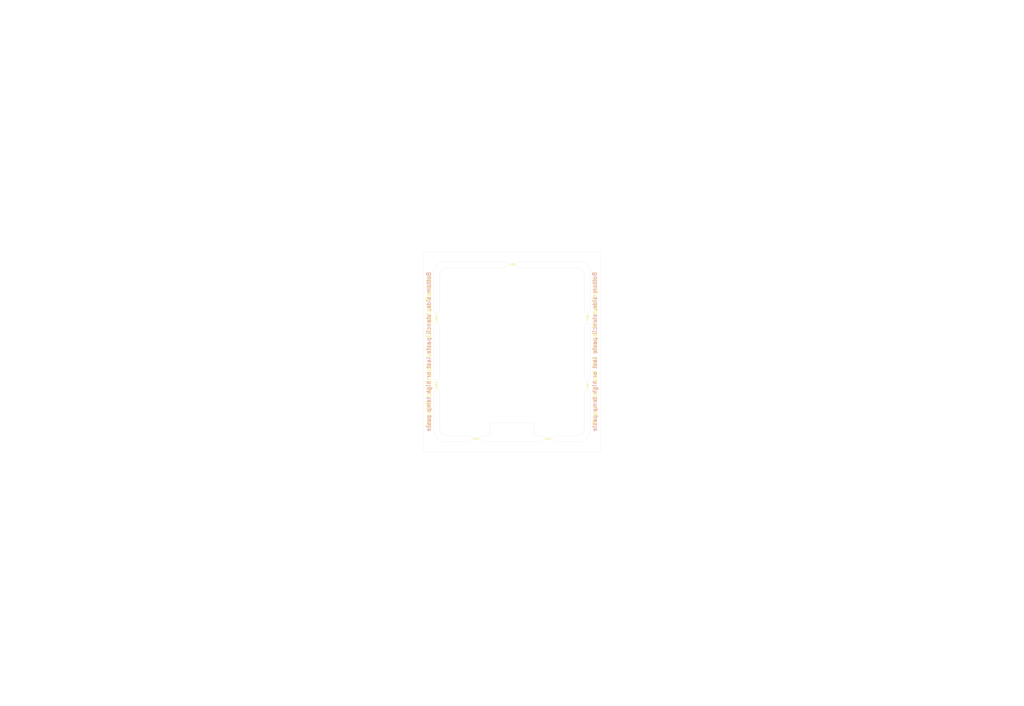
<source format=kicad_pcb>
(kicad_pcb (version 20171130) (host pcbnew 5.1.5+dfsg1-2build2)

  (general
    (thickness 1.6)
    (drawings 82)
    (tracks 0)
    (zones 0)
    (modules 7)
    (nets 1)
  )

  (page A3)
  (title_block
    (date "15 nov 2012")
  )

  (layers
    (0 F.Cu signal)
    (1 In1.Cu signal)
    (2 In2.Cu signal)
    (31 B.Cu signal)
    (34 B.Paste user)
    (35 F.Paste user)
    (36 B.SilkS user)
    (37 F.SilkS user)
    (38 B.Mask user)
    (39 F.Mask user)
    (40 Dwgs.User user)
    (41 Cmts.User user)
    (44 Edge.Cuts user)
    (45 Margin user)
    (46 B.CrtYd user)
    (47 F.CrtYd user)
    (48 B.Fab user)
    (49 F.Fab user)
  )

  (setup
    (last_trace_width 0.2)
    (user_trace_width 0.09)
    (user_trace_width 0.127)
    (trace_clearance 0.2)
    (zone_clearance 0.508)
    (zone_45_only no)
    (trace_min 0.09)
    (via_size 0.9)
    (via_drill 0.6)
    (via_min_size 0.45)
    (via_min_drill 0.2)
    (user_via 0.45 0.2)
    (user_via 0.6 0.3)
    (uvia_size 0.5)
    (uvia_drill 0.1)
    (uvias_allowed no)
    (uvia_min_size 0.45)
    (uvia_min_drill 0.1)
    (edge_width 0.1)
    (segment_width 0.1)
    (pcb_text_width 0.25)
    (pcb_text_size 1 1)
    (mod_edge_width 0.15)
    (mod_text_size 1 1)
    (mod_text_width 0.15)
    (pad_size 2.5 2.5)
    (pad_drill 2.5)
    (pad_to_mask_clearance 0)
    (aux_axis_origin 0 0)
    (visible_elements 7FFFFFFF)
    (pcbplotparams
      (layerselection 0x00030_80000001)
      (usegerberextensions true)
      (usegerberattributes false)
      (usegerberadvancedattributes false)
      (creategerberjobfile false)
      (excludeedgelayer true)
      (linewidth 0.150000)
      (plotframeref false)
      (viasonmask false)
      (mode 1)
      (useauxorigin false)
      (hpglpennumber 1)
      (hpglpenspeed 20)
      (hpglpendiameter 15.000000)
      (psnegative false)
      (psa4output false)
      (plotreference true)
      (plotvalue true)
      (plotinvisibletext false)
      (padsonsilk false)
      (subtractmaskfromsilk false)
      (outputformat 1)
      (mirror false)
      (drillshape 1)
      (scaleselection 1)
      (outputdirectory ""))
  )

  (net 0 "")

  (net_class Default "This is the default net class."
    (clearance 0.2)
    (trace_width 0.2)
    (via_dia 0.9)
    (via_drill 0.6)
    (uvia_dia 0.5)
    (uvia_drill 0.1)
  )

  (net_class Power ""
    (clearance 0.2)
    (trace_width 0.5)
    (via_dia 1)
    (via_drill 0.7)
    (uvia_dia 0.5)
    (uvia_drill 0.1)
  )

  (module Elabdev:Panel_Mousetab_25mm_Single (layer F.Cu) (tedit 5CD9E502) (tstamp 5F680FEC)
    (at 224 181.75 90)
    (path /5CD9EB0D)
    (fp_text reference TAB1 (at 0 0) (layer F.SilkS)
      (effects (font (size 0.8 0.8) (thickness 0.13)))
    )
    (fp_text value Pantab (at 0 3.5 90) (layer F.Fab)
      (effects (font (size 1 1) (thickness 0.15)))
    )
    (fp_line (start 1.25 -2.2) (end 1.25 2.2) (layer F.Fab) (width 0.15))
    (fp_line (start -1.25 -2.2) (end -1.25 2.2) (layer F.Fab) (width 0.15))
    (fp_line (start 2.1 -2.6) (end 2.1 2.6) (layer F.CrtYd) (width 0.15))
    (fp_line (start 2.1 2.6) (end -2.1 2.6) (layer F.CrtYd) (width 0.15))
    (fp_line (start -2.1 2.6) (end -2.1 -2.6) (layer F.CrtYd) (width 0.15))
    (fp_line (start -2.1 -2.6) (end 2.1 -2.6) (layer F.CrtYd) (width 0.15))
    (pad "" np_thru_hole circle (at 1.35 2 90) (size 0.5 0.5) (drill 0.5) (layers *.Cu))
    (pad "" np_thru_hole circle (at 1.35 1.2 90) (size 0.5 0.5) (drill 0.5) (layers *.Cu))
    (pad "" np_thru_hole circle (at 1.35 0.4 90) (size 0.5 0.5) (drill 0.5) (layers *.Cu))
    (pad "" np_thru_hole circle (at 1.35 -0.4 90) (size 0.5 0.5) (drill 0.5) (layers *.Cu))
    (pad "" np_thru_hole circle (at 1.35 -1.2 90) (size 0.5 0.5) (drill 0.5) (layers *.Cu))
    (pad "" np_thru_hole circle (at 1.35 -2 90) (size 0.5 0.5) (drill 0.5) (layers *.Cu))
  )

  (module Elabdev:Panel_Mousetab_25mm_Single (layer F.Cu) (tedit 5CD9E59A) (tstamp 5F4C0A71)
    (at 210 114.25 270)
    (path /5CD5C3A7)
    (fp_text reference TAB5 (at 0 0 180) (layer F.SilkS)
      (effects (font (size 0.8 0.8) (thickness 0.13)))
    )
    (fp_text value Pantab (at 0 -3.5 270) (layer F.Fab)
      (effects (font (size 1 1) (thickness 0.15)))
    )
    (fp_line (start 1.25 -2.2) (end 1.25 2.2) (layer F.Fab) (width 0.15))
    (fp_line (start -1.25 -2.2) (end -1.25 2.2) (layer F.Fab) (width 0.15))
    (fp_line (start 2.1 -2.6) (end 2.1 2.6) (layer F.CrtYd) (width 0.15))
    (fp_line (start 2.1 2.6) (end -2.1 2.6) (layer F.CrtYd) (width 0.15))
    (fp_line (start -2.1 2.6) (end -2.1 -2.6) (layer F.CrtYd) (width 0.15))
    (fp_line (start -2.1 -2.6) (end 2.1 -2.6) (layer F.CrtYd) (width 0.15))
    (pad "" np_thru_hole circle (at 1.35 2 270) (size 0.5 0.5) (drill 0.5) (layers *.Cu))
    (pad "" np_thru_hole circle (at 1.35 1.2 270) (size 0.5 0.5) (drill 0.5) (layers *.Cu))
    (pad "" np_thru_hole circle (at 1.35 0.4 270) (size 0.5 0.5) (drill 0.5) (layers *.Cu))
    (pad "" np_thru_hole circle (at 1.35 -0.4 270) (size 0.5 0.5) (drill 0.5) (layers *.Cu))
    (pad "" np_thru_hole circle (at 1.35 -1.2 270) (size 0.5 0.5) (drill 0.5) (layers *.Cu))
    (pad "" np_thru_hole circle (at 1.35 -2 270) (size 0.5 0.5) (drill 0.5) (layers *.Cu))
  )

  (module Elabdev:Panel_Mousetab_25mm_Single (layer F.Cu) (tedit 5CD9E502) (tstamp 5CE1C45C)
    (at 196 181.75 90)
    (path /5CD9EB0D)
    (fp_text reference TAB2 (at 0 0) (layer F.SilkS)
      (effects (font (size 0.8 0.8) (thickness 0.13)))
    )
    (fp_text value Pantab (at 0 3.5 90) (layer F.Fab)
      (effects (font (size 1 1) (thickness 0.15)))
    )
    (fp_line (start -2.1 -2.6) (end 2.1 -2.6) (layer F.CrtYd) (width 0.15))
    (fp_line (start -2.1 2.6) (end -2.1 -2.6) (layer F.CrtYd) (width 0.15))
    (fp_line (start 2.1 2.6) (end -2.1 2.6) (layer F.CrtYd) (width 0.15))
    (fp_line (start 2.1 -2.6) (end 2.1 2.6) (layer F.CrtYd) (width 0.15))
    (fp_line (start -1.25 -2.2) (end -1.25 2.2) (layer F.Fab) (width 0.15))
    (fp_line (start 1.25 -2.2) (end 1.25 2.2) (layer F.Fab) (width 0.15))
    (pad "" np_thru_hole circle (at 1.35 -2 90) (size 0.5 0.5) (drill 0.5) (layers *.Cu))
    (pad "" np_thru_hole circle (at 1.35 -1.2 90) (size 0.5 0.5) (drill 0.5) (layers *.Cu))
    (pad "" np_thru_hole circle (at 1.35 -0.4 90) (size 0.5 0.5) (drill 0.5) (layers *.Cu))
    (pad "" np_thru_hole circle (at 1.35 0.4 90) (size 0.5 0.5) (drill 0.5) (layers *.Cu))
    (pad "" np_thru_hole circle (at 1.35 1.2 90) (size 0.5 0.5) (drill 0.5) (layers *.Cu))
    (pad "" np_thru_hole circle (at 1.35 2 90) (size 0.5 0.5) (drill 0.5) (layers *.Cu))
  )

  (module Elabdev:Panel_Mousetab_25mm_Single (layer F.Cu) (tedit 5CD5AA6C) (tstamp 5F4C1007)
    (at 180.75 161)
    (path /5CD5C074)
    (fp_text reference TAB3 (at 0 0 -270) (layer F.SilkS)
      (effects (font (size 0.8 0.8) (thickness 0.13)))
    )
    (fp_text value Pantab (at -2.5 0 -270) (layer F.Fab)
      (effects (font (size 1 1) (thickness 0.15)))
    )
    (fp_line (start -2.1 -2.6) (end 2.1 -2.6) (layer F.CrtYd) (width 0.15))
    (fp_line (start -2.1 2.6) (end -2.1 -2.6) (layer F.CrtYd) (width 0.15))
    (fp_line (start 2.1 2.6) (end -2.1 2.6) (layer F.CrtYd) (width 0.15))
    (fp_line (start 2.1 -2.6) (end 2.1 2.6) (layer F.CrtYd) (width 0.15))
    (fp_line (start -1.25 -2.2) (end -1.25 2.2) (layer F.Fab) (width 0.15))
    (fp_line (start 1.25 -2.2) (end 1.25 2.2) (layer F.Fab) (width 0.15))
    (pad "" np_thru_hole circle (at 1.35 -2) (size 0.5 0.5) (drill 0.5) (layers *.Cu))
    (pad "" np_thru_hole circle (at 1.35 -1.2) (size 0.5 0.5) (drill 0.5) (layers *.Cu))
    (pad "" np_thru_hole circle (at 1.35 -0.4) (size 0.5 0.5) (drill 0.5) (layers *.Cu))
    (pad "" np_thru_hole circle (at 1.35 0.4) (size 0.5 0.5) (drill 0.5) (layers *.Cu))
    (pad "" np_thru_hole circle (at 1.35 1.2) (size 0.5 0.5) (drill 0.5) (layers *.Cu))
    (pad "" np_thru_hole circle (at 1.35 2) (size 0.5 0.5) (drill 0.5) (layers *.Cu))
  )

  (module Elabdev:Panel_Mousetab_25mm_Single (layer F.Cu) (tedit 5CD5AA6C) (tstamp 5F4C1047)
    (at 180.75 135)
    (path /5CD5C074)
    (fp_text reference TAB4 (at 0 0 -270) (layer F.SilkS)
      (effects (font (size 0.8 0.8) (thickness 0.13)))
    )
    (fp_text value Pantab (at -2.5 0 -270) (layer F.Fab)
      (effects (font (size 1 1) (thickness 0.15)))
    )
    (fp_line (start 1.25 -2.2) (end 1.25 2.2) (layer F.Fab) (width 0.15))
    (fp_line (start -1.25 -2.2) (end -1.25 2.2) (layer F.Fab) (width 0.15))
    (fp_line (start 2.1 -2.6) (end 2.1 2.6) (layer F.CrtYd) (width 0.15))
    (fp_line (start 2.1 2.6) (end -2.1 2.6) (layer F.CrtYd) (width 0.15))
    (fp_line (start -2.1 2.6) (end -2.1 -2.6) (layer F.CrtYd) (width 0.15))
    (fp_line (start -2.1 -2.6) (end 2.1 -2.6) (layer F.CrtYd) (width 0.15))
    (pad "" np_thru_hole circle (at 1.35 2) (size 0.5 0.5) (drill 0.5) (layers *.Cu))
    (pad "" np_thru_hole circle (at 1.35 1.2) (size 0.5 0.5) (drill 0.5) (layers *.Cu))
    (pad "" np_thru_hole circle (at 1.35 0.4) (size 0.5 0.5) (drill 0.5) (layers *.Cu))
    (pad "" np_thru_hole circle (at 1.35 -0.4) (size 0.5 0.5) (drill 0.5) (layers *.Cu))
    (pad "" np_thru_hole circle (at 1.35 -1.2) (size 0.5 0.5) (drill 0.5) (layers *.Cu))
    (pad "" np_thru_hole circle (at 1.35 -2) (size 0.5 0.5) (drill 0.5) (layers *.Cu))
  )

  (module Elabdev:Panel_Mousetab_25mm_Single (layer F.Cu) (tedit 5CD5AA6C) (tstamp 5F4C108A)
    (at 239.25 135 180)
    (path /5CD5C074)
    (fp_text reference TAB6 (at 0 0 90) (layer F.SilkS)
      (effects (font (size 0.8 0.8) (thickness 0.13)))
    )
    (fp_text value Pantab (at -2.5 0 90) (layer F.Fab)
      (effects (font (size 1 1) (thickness 0.15)))
    )
    (fp_line (start 1.25 -2.2) (end 1.25 2.2) (layer F.Fab) (width 0.15))
    (fp_line (start -1.25 -2.2) (end -1.25 2.2) (layer F.Fab) (width 0.15))
    (fp_line (start 2.1 -2.6) (end 2.1 2.6) (layer F.CrtYd) (width 0.15))
    (fp_line (start 2.1 2.6) (end -2.1 2.6) (layer F.CrtYd) (width 0.15))
    (fp_line (start -2.1 2.6) (end -2.1 -2.6) (layer F.CrtYd) (width 0.15))
    (fp_line (start -2.1 -2.6) (end 2.1 -2.6) (layer F.CrtYd) (width 0.15))
    (pad "" np_thru_hole circle (at 1.35 2 180) (size 0.5 0.5) (drill 0.5) (layers *.Cu))
    (pad "" np_thru_hole circle (at 1.35 1.2 180) (size 0.5 0.5) (drill 0.5) (layers *.Cu))
    (pad "" np_thru_hole circle (at 1.35 0.4 180) (size 0.5 0.5) (drill 0.5) (layers *.Cu))
    (pad "" np_thru_hole circle (at 1.35 -0.4 180) (size 0.5 0.5) (drill 0.5) (layers *.Cu))
    (pad "" np_thru_hole circle (at 1.35 -1.2 180) (size 0.5 0.5) (drill 0.5) (layers *.Cu))
    (pad "" np_thru_hole circle (at 1.35 -2 180) (size 0.5 0.5) (drill 0.5) (layers *.Cu))
  )

  (module Elabdev:Panel_Mousetab_25mm_Single (layer F.Cu) (tedit 5CD5AA6C) (tstamp 5F4C1067)
    (at 239.25 161 180)
    (path /5CD5C074)
    (fp_text reference TAB7 (at 0 0 90) (layer F.SilkS)
      (effects (font (size 0.8 0.8) (thickness 0.13)))
    )
    (fp_text value Pantab (at -2.5 0 90) (layer F.Fab)
      (effects (font (size 1 1) (thickness 0.15)))
    )
    (fp_line (start -2.1 -2.6) (end 2.1 -2.6) (layer F.CrtYd) (width 0.15))
    (fp_line (start -2.1 2.6) (end -2.1 -2.6) (layer F.CrtYd) (width 0.15))
    (fp_line (start 2.1 2.6) (end -2.1 2.6) (layer F.CrtYd) (width 0.15))
    (fp_line (start 2.1 -2.6) (end 2.1 2.6) (layer F.CrtYd) (width 0.15))
    (fp_line (start -1.25 -2.2) (end -1.25 2.2) (layer F.Fab) (width 0.15))
    (fp_line (start 1.25 -2.2) (end 1.25 2.2) (layer F.Fab) (width 0.15))
    (pad "" np_thru_hole circle (at 1.35 -2 180) (size 0.5 0.5) (drill 0.5) (layers *.Cu))
    (pad "" np_thru_hole circle (at 1.35 -1.2 180) (size 0.5 0.5) (drill 0.5) (layers *.Cu))
    (pad "" np_thru_hole circle (at 1.35 -0.4 180) (size 0.5 0.5) (drill 0.5) (layers *.Cu))
    (pad "" np_thru_hole circle (at 1.35 0.4 180) (size 0.5 0.5) (drill 0.5) (layers *.Cu))
    (pad "" np_thru_hole circle (at 1.35 1.2 180) (size 0.5 0.5) (drill 0.5) (layers *.Cu))
    (pad "" np_thru_hole circle (at 1.35 2 180) (size 0.5 0.5) (drill 0.5) (layers *.Cu))
  )

  (gr_circle (center 210 148) (end 210 144) (layer Cmts.User) (width 0.15))
  (gr_line (start 213 151) (end 207 145) (layer Cmts.User) (width 0.15))
  (gr_line (start 207 151) (end 213 145) (layer Cmts.User) (width 0.15))
  (gr_line (start 210 12) (end 210 285) (layer Cmts.User) (width 0.15))
  (gr_line (start 12 148) (end 408 148) (layer Cmts.User) (width 0.15))
  (gr_line (start 219 180.5) (end 221.5 180.5) (layer Edge.Cuts) (width 0.05) (tstamp 5F68107E))
  (gr_line (start 198.5 180.5) (end 201 180.5) (layer Edge.Cuts) (width 0.05) (tstamp 5F68107B))
  (gr_line (start 198.5 182.75) (end 221.5 182.75) (layer Edge.Cuts) (width 0.05) (tstamp 5F681075))
  (gr_arc (start 227.625 181.625) (end 226.5 182.75) (angle 90) (layer Edge.Cuts) (width 0.05) (tstamp 5F680FEB))
  (gr_arc (start 220.375 181.625) (end 221.5 180.5) (angle 90) (layer Edge.Cuts) (width 0.05) (tstamp 5F680FEA))
  (gr_line (start 182 177.5) (end 182 163.5) (layer Edge.Cuts) (width 0.05) (tstamp 5F680F1A))
  (gr_line (start 182 132.5) (end 182 118.5) (layer Edge.Cuts) (width 0.05) (tstamp 5F680F17))
  (gr_line (start 238 132.5) (end 238 118.5) (layer Edge.Cuts) (width 0.05) (tstamp 5F680F14))
  (gr_line (start 238 177.5) (end 238 163.5) (layer Edge.Cuts) (width 0.05) (tstamp 5F680F11))
  (gr_line (start 179.75 137.5) (end 179.75 158.5) (layer Edge.Cuts) (width 0.05) (tstamp 5F680E75))
  (gr_line (start 240.25 178.75) (end 240.25 163.5) (layer Edge.Cuts) (width 0.05) (tstamp 5F680CE7))
  (gr_line (start 235 115.5) (end 212.5 115.5) (layer Edge.Cuts) (width 0.05) (tstamp 5F680A40))
  (gr_arc (start 206.375 114.375) (end 207.5 113.25) (angle 90) (layer Edge.Cuts) (width 0.05) (tstamp 5F4C0A93))
  (gr_arc (start 213.625 114.375) (end 212.5 115.5) (angle 90) (layer Edge.Cuts) (width 0.05) (tstamp 5F4C0A90))
  (gr_line (start 182 137.5) (end 182 158.5) (layer Edge.Cuts) (width 0.05) (tstamp 5F4C0C0B))
  (gr_line (start 238 158.5) (end 238 137.5) (layer Edge.Cuts) (width 0.05) (tstamp 5F4C198A))
  (gr_arc (start 180.875 164.625) (end 179.75 163.5) (angle 90) (layer Edge.Cuts) (width 0.05) (tstamp 5F4C102C))
  (gr_arc (start 192.375 181.625) (end 193.5 180.5) (angle 90) (layer Edge.Cuts) (width 0.05))
  (gr_arc (start 199.625 181.625) (end 198.5 182.75) (angle 90) (layer Edge.Cuts) (width 0.05) (tstamp 5CE1C4D1))
  (gr_arc (start 180.875 138.625) (end 179.75 137.5) (angle 90) (layer Edge.Cuts) (width 0.05) (tstamp 5F4C1046))
  (gr_arc (start 180.875 131.375) (end 182 132.5) (angle 90) (layer Edge.Cuts) (width 0.05) (tstamp 5F4C1045))
  (gr_arc (start 180.875 157.375) (end 182 158.5) (angle 90) (layer Edge.Cuts) (width 0.05) (tstamp 5F4C102F))
  (gr_arc (start 183.75 178.75) (end 179.75 178.75) (angle -90) (layer Edge.Cuts) (width 0.05))
  (gr_line (start 179.75 117.25) (end 179.75 132.5) (layer Edge.Cuts) (width 0.05) (tstamp 5F4C20A2))
  (gr_line (start 207.5 113.25) (end 183.75 113.25) (layer Edge.Cuts) (width 0.05) (tstamp 5F4C209A))
  (gr_line (start 236.25 113.25) (end 212.5 113.25) (layer Edge.Cuts) (width 0.05) (tstamp 5F4C2035))
  (gr_line (start 240.25 132.5) (end 240.25 117.25) (layer Edge.Cuts) (width 0.05) (tstamp 5F4C202C))
  (gr_line (start 240.25 158.5) (end 240.25 137.5) (layer Edge.Cuts) (width 0.05) (tstamp 5F4C201B))
  (gr_line (start 226.5 182.75) (end 236.25 182.75) (layer Edge.Cuts) (width 0.05) (tstamp 5F4C1F90))
  (gr_line (start 183.75 182.75) (end 193.5 182.75) (layer Edge.Cuts) (width 0.05) (tstamp 5F4C1EFA))
  (gr_line (start 179.75 163.5) (end 179.75 178.75) (layer Edge.Cuts) (width 0.05) (tstamp 5F4C1F00))
  (gr_line (start 244.25 109.25) (end 175.75 109.25) (layer Edge.Cuts) (width 0.05))
  (gr_line (start 244.25 186.75) (end 244.25 109.25) (layer Edge.Cuts) (width 0.05))
  (gr_line (start 175.75 186.75) (end 244.25 186.75) (layer Edge.Cuts) (width 0.05))
  (gr_line (start 175.75 186.75) (end 175.75 109.25) (layer Edge.Cuts) (width 0.05))
  (gr_arc (start 239.125 138.625) (end 238 137.5) (angle 90) (layer Edge.Cuts) (width 0.05) (tstamp 5F4C1099))
  (gr_arc (start 239.125 131.375) (end 240.25 132.5) (angle 90) (layer Edge.Cuts) (width 0.05) (tstamp 5F4C1089))
  (gr_arc (start 239.125 164.625) (end 238 163.5) (angle 90) (layer Edge.Cuts) (width 0.05) (tstamp 5F4C1077))
  (gr_arc (start 239.125 157.375) (end 240.25 158.5) (angle 90) (layer Edge.Cuts) (width 0.05) (tstamp 5F4C1076))
  (gr_text "Bottom side, stencil paste last or high temp paste" (at 242 148 90) (layer B.SilkS) (tstamp 5CE86108)
    (effects (font (size 1.575 1.575) (thickness 0.3)) (justify mirror))
  )
  (gr_text "Bottom side, stencil paste last or high temp paste" (at 177.75 148 90) (layer B.SilkS)
    (effects (font (size 1.575 1.575) (thickness 0.3)) (justify mirror))
  )
  (gr_text "Please don't read this phrase, it's meaningless" (at 242 148 90) (layer F.SilkS)
    (effects (font (size 1.5625 1.5625) (thickness 0.3)))
  )
  (gr_text "Stencil8 calibrated, write Europalab Devices" (at 177.75 148 90) (layer F.SilkS)
    (effects (font (size 1.75 1.75) (thickness 0.3)))
  )
  (gr_arc (start 236.25 178.75) (end 236.25 182.75) (angle -90) (layer Edge.Cuts) (width 0.05) (tstamp 5CDACEC7))
  (gr_arc (start 236.25 117.25) (end 240.25 117.25) (angle -90) (layer Edge.Cuts) (width 0.05) (tstamp 5CDACE54))
  (gr_arc (start 183.75 117.25) (end 183.75 113.25) (angle -90) (layer Edge.Cuts) (width 0.05) (tstamp 5CDACDD3))
  (gr_arc (start 219 180) (end 219 180.5) (angle 89.9) (layer Edge.Cuts) (width 0.05))
  (gr_arc (start 218 176) (end 218 175.5) (angle 90) (layer Edge.Cuts) (width 0.05))
  (gr_arc (start 201 180) (end 201.5 180) (angle 90) (layer Edge.Cuts) (width 0.05))
  (gr_arc (start 202 176) (end 201.5 176) (angle 90) (layer Edge.Cuts) (width 0.05))
  (gr_line (start 201 180.5) (end 219 180.5) (layer Dwgs.User) (width 0.1))
  (gr_line (start 185 180.5) (end 193.5 180.5) (layer Edge.Cuts) (width 0.05))
  (gr_text DISPLAY (at 210 178 180) (layer Dwgs.User) (tstamp 580CBBFF)
    (effects (font (size 1 1) (thickness 0.15)))
  )
  (gr_text RJ45 (at 227.84 104.3 90) (layer Dwgs.User) (tstamp 580CBBEB)
    (effects (font (size 2 2) (thickness 0.15)))
  )
  (gr_text USB (at 209.552 102.776 90) (layer Dwgs.User) (tstamp 580CBBE9)
    (effects (font (size 2 2) (thickness 0.15)))
  )
  (gr_text USB (at 190.248 102.268 90) (layer Dwgs.User)
    (effects (font (size 2 2) (thickness 0.15)))
  )
  (gr_arc (start 185 118.5) (end 182 118.5) (angle 90) (layer Edge.Cuts) (width 0.05))
  (gr_arc (start 235 118.5) (end 235 115.5) (angle 90) (layer Edge.Cuts) (width 0.05))
  (gr_arc (start 235 177.5) (end 238 177.5) (angle 90) (layer Edge.Cuts) (width 0.05))
  (gr_arc (start 185 177.5) (end 185 180.5) (angle 90) (layer Edge.Cuts) (width 0.05))
  (gr_line (start 202.45 110.6) (end 202.45 93.5) (layer Dwgs.User) (width 0.1))
  (gr_line (start 215.55 110.6) (end 202.45 110.6) (layer Dwgs.User) (width 0.1))
  (gr_line (start 215.55 93.5) (end 215.55 110.6) (layer Dwgs.User) (width 0.1))
  (gr_line (start 202.45 93.5) (end 215.55 93.5) (layer Dwgs.User) (width 0.1))
  (gr_line (start 218.5 176) (end 218.5 180) (layer Edge.Cuts) (width 0.05))
  (gr_line (start 202 175.5) (end 218 175.5) (layer Edge.Cuts) (width 0.05))
  (gr_line (start 201.5 180) (end 201.5 176) (layer Edge.Cuts) (width 0.05))
  (gr_line (start 235.675 114.5) (end 219.825 114.5) (layer Dwgs.User) (width 0.1))
  (gr_line (start 235.675 93.5) (end 235.675 114.5) (layer Dwgs.User) (width 0.1))
  (gr_line (start 219.825 93.5) (end 235.675 93.5) (layer Dwgs.User) (width 0.1))
  (gr_line (start 219.825 114.5) (end 219.825 93.5) (layer Dwgs.User) (width 0.1))
  (gr_line (start 207.5 115.5) (end 185 115.5) (layer Edge.Cuts) (width 0.05))
  (gr_line (start 226.5 180.5) (end 235 180.5) (layer Edge.Cuts) (width 0.05))
  (gr_line (start 197.455925 110.6) (end 184.355925 110.6) (layer Dwgs.User) (width 0.1))
  (gr_line (start 197.455925 93.5) (end 197.455925 110.6) (layer Dwgs.User) (width 0.1))
  (gr_line (start 184.355925 93.5) (end 197.455925 93.5) (layer Dwgs.User) (width 0.1))
  (gr_line (start 184.355925 110.6) (end 184.355925 93.5) (layer Dwgs.User) (width 0.1))

)

</source>
